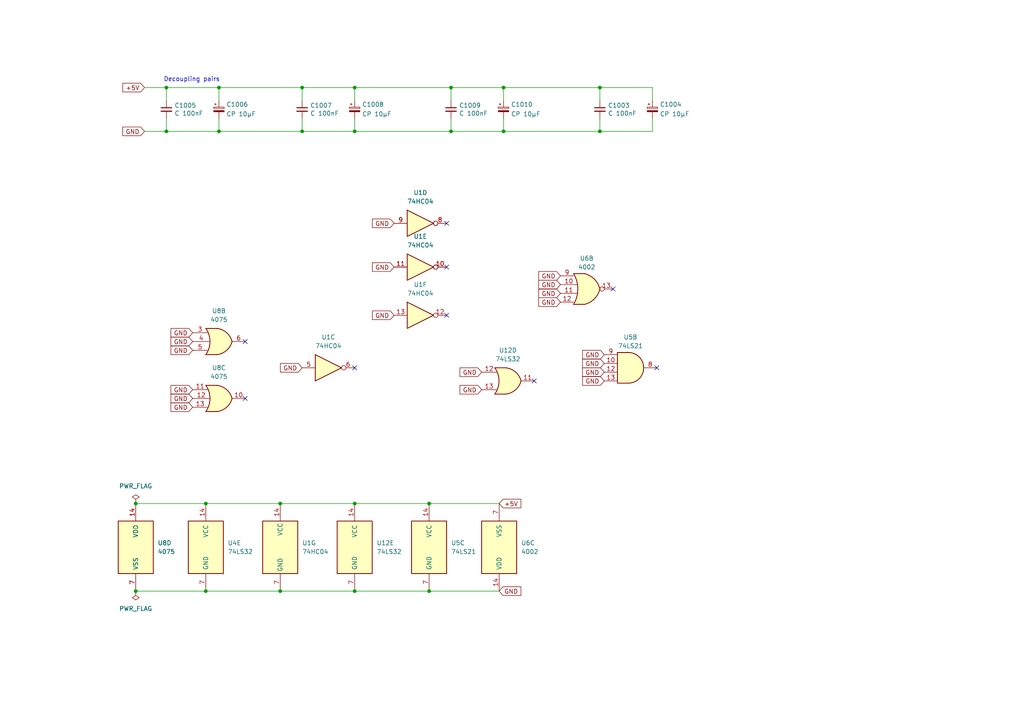
<source format=kicad_sch>
(kicad_sch (version 20231120) (generator "eeschema") (generator_version "8.0")
  (paper "A4")
  (title_block (title "Myth Microcontroller Project") (date "2024-09-21") (rev "1") (company "Picwok.com") (comment 1 "Project Contact: mim@ok-schalter.de (Michael)") (comment 2 "Author: Copyr. 2024 Michael Mangelsdorf/Dosflange@github") (comment 3 "Memory Module") (comment 4 "Glue Logic / Spare Units"))
  (lib_symbols
    (symbol "4xxx:4002" (pin_names (offset 1.016))
      (property "Reference" "U" (at 0 1.27 0))
      (property "Value" "4002" (at 0 -1.27 0))
      (symbol "4002_1_1"
        (arc (start -3.81 -4.445) (mid -2.5908 0) (end -3.81 4.445) (stroke (width 0.254)))
        (arc (start -0.6096 -4.445) (mid 2.2246 -2.8422) (end 3.81 0) (stroke (width 0.254)) (fill (type background)))
        (polyline (pts (xy -3.81 -4.445) (xy -0.635 -4.445)) (stroke (width 0.254)) (fill (type background)))
        (polyline (pts (xy -3.81 4.445) (xy -0.635 4.445)) (stroke (width 0.254)) (fill (type background)))
        (polyline (pts (xy -0.635 4.445) (xy -3.81 4.445) (xy -3.81 4.445) (xy -3.6322 4.0894) (xy -3.0988 2.921) (xy -2.7686 1.6764) (xy -2.6162 0.4318) (xy -2.6416 -0.8636) (xy -2.8702 -2.1082) (xy -3.2512 -3.3274) (xy -3.81 -4.445) (xy -3.81 -4.445) (xy -0.635 -4.445)) (stroke (width -25.4)) (fill (type background)))
        (arc (start 3.81 0) (mid 2.2204 2.8379) (end -0.6096 4.445) (stroke (width 0.254)) (fill (type background)))
        (pin output inverted (at 7.62 0 180) (length 3.81) (name "~") (number "1"))
        (pin input line (at -7.62 3.81 0) (length 3.81) (name "~") (number "2"))
        (pin input line (at -7.62 1.27 0) (length 4.826) (name "~") (number "3"))
        (pin input line (at -7.62 -1.27 0) (length 4.826) (name "~") (number "4"))
        (pin input line (at -7.62 -3.81 0) (length 3.81) (name "~") (number "5"))
      )
      (symbol "4002_1_2"
        (arc (start -0.635 -4.445) (mid 3.7907 0) (end -0.635 4.445) (stroke (width 0.254)) (fill (type background)))
        (polyline (pts (xy -0.635 4.445) (xy -3.81 4.445) (xy -3.81 -4.445) (xy -0.635 -4.445)) (stroke (width 0.254)) (fill (type background)))
        (pin output line (at 7.62 0 180) (length 3.81) (name "~") (number "1"))
        (pin input inverted (at -7.62 3.81 0) (length 3.81) (name "~") (number "2"))
        (pin input inverted (at -7.62 1.27 0) (length 3.81) (name "~") (number "3"))
        (pin input inverted (at -7.62 -1.27 0) (length 3.81) (name "~") (number "4"))
        (pin input inverted (at -7.62 -3.81 0) (length 3.81) (name "~") (number "5"))
      )
      (symbol "4002_2_1"
        (arc (start -3.81 -4.445) (mid -2.5908 0) (end -3.81 4.445) (stroke (width 0.254)))
        (arc (start -0.6096 -4.445) (mid 2.2246 -2.8422) (end 3.81 0) (stroke (width 0.254)) (fill (type background)))
        (polyline (pts (xy -3.81 -4.445) (xy -0.635 -4.445)) (stroke (width 0.254)) (fill (type background)))
        (polyline (pts (xy -3.81 4.445) (xy -0.635 4.445)) (stroke (width 0.254)) (fill (type background)))
        (polyline (pts (xy -0.635 4.445) (xy -3.81 4.445) (xy -3.81 4.445) (xy -3.6322 4.0894) (xy -3.0988 2.921) (xy -2.7686 1.6764) (xy -2.6162 0.4318) (xy -2.6416 -0.8636) (xy -2.8702 -2.1082) (xy -3.2512 -3.3274) (xy -3.81 -4.445) (xy -3.81 -4.445) (xy -0.635 -4.445)) (stroke (width -25.4)) (fill (type background)))
        (arc (start 3.81 0) (mid 2.2204 2.8379) (end -0.6096 4.445) (stroke (width 0.254)) (fill (type background)))
        (pin input line (at -7.62 1.27 0) (length 4.826) (name "~") (number "10"))
        (pin input line (at -7.62 -1.27 0) (length 4.826) (name "~") (number "11"))
        (pin input line (at -7.62 -3.81 0) (length 3.81) (name "~") (number "12"))
        (pin output inverted (at 7.62 0 180) (length 3.81) (name "~") (number "13"))
        (pin input line (at -7.62 3.81 0) (length 3.81) (name "~") (number "9"))
      )
      (symbol "4002_2_2"
        (arc (start -0.635 -4.445) (mid 3.7907 0) (end -0.635 4.445) (stroke (width 0.254)) (fill (type background)))
        (polyline (pts (xy -0.635 4.445) (xy -3.81 4.445) (xy -3.81 -4.445) (xy -0.635 -4.445)) (stroke (width 0.254)) (fill (type background)))
        (pin input inverted (at -7.62 1.27 0) (length 3.81) (name "~") (number "10"))
        (pin input inverted (at -7.62 -1.27 0) (length 3.81) (name "~") (number "11"))
        (pin input inverted (at -7.62 -3.81 0) (length 3.81) (name "~") (number "12"))
        (pin output line (at 7.62 0 180) (length 3.81) (name "~") (number "13"))
        (pin input inverted (at -7.62 3.81 0) (length 3.81) (name "~") (number "9"))
      )
      (symbol "4002_3_0"
        (pin power_in line (at 0 12.7 270) (length 5.08) (name "VDD") (number "14"))
        (pin power_in line (at 0 -12.7 90) (length 5.08) (name "VSS") (number "7"))
      )
      (symbol "4002_3_1"
        (rectangle (start -5.08 7.62) (end 5.08 -7.62) (stroke (width 0.254)) (fill (type background)))
      )
    )
    (symbol "4xxx:4075" (pin_names (offset 1.016))
      (property "Reference" "U" (at 0 1.27 0))
      (property "Value" "4075" (at 0 -1.27 0))
      (symbol "4075_1_1"
        (arc (start -3.81 -3.81) (mid -2.589 0) (end -3.81 3.81) (stroke (width 0.254)))
        (arc (start -0.6096 -3.81) (mid 2.1855 -2.584) (end 3.81 0) (stroke (width 0.254)) (fill (type background)))
        (polyline (pts (xy -3.81 -3.81) (xy -0.635 -3.81)) (stroke (width 0.254)) (fill (type background)))
        (polyline (pts (xy -3.81 3.81) (xy -0.635 3.81)) (stroke (width 0.254)) (fill (type background)))
        (polyline (pts (xy -0.635 3.81) (xy -3.81 3.81) (xy -3.81 3.81) (xy -3.556 3.4036) (xy -3.0226 2.2606) (xy -2.6924 1.0414) (xy -2.6162 -0.254) (xy -2.7686 -1.4986) (xy -3.175 -2.7178) (xy -3.81 -3.81) (xy -3.81 -3.81) (xy -0.635 -3.81)) (stroke (width -25.4)) (fill (type background)))
        (arc (start 3.81 0) (mid 2.1928 2.5925) (end -0.6096 3.81) (stroke (width 0.254)) (fill (type background)))
        (pin input line (at -7.62 2.54 0) (length 4.318) (name "~") (number "1"))
        (pin input line (at -7.62 0 0) (length 4.953) (name "~") (number "2"))
        (pin input line (at -7.62 -2.54 0) (length 4.318) (name "~") (number "8"))
        (pin output line (at 7.62 0 180) (length 3.81) (name "~") (number "9"))
      )
      (symbol "4075_1_2"
        (arc (start 0 -3.81) (mid 3.7934 0) (end 0 3.81) (stroke (width 0.254)) (fill (type background)))
        (polyline (pts (xy 0 3.81) (xy -3.81 3.81) (xy -3.81 -3.81) (xy 0 -3.81)) (stroke (width 0.254)) (fill (type background)))
        (pin input inverted (at -7.62 2.54 0) (length 3.81) (name "~") (number "1"))
        (pin input inverted (at -7.62 0 0) (length 3.81) (name "~") (number "2"))
        (pin input inverted (at -7.62 -2.54 0) (length 3.81) (name "~") (number "8"))
        (pin output inverted (at 7.62 0 180) (length 3.81) (name "~") (number "9"))
      )
      (symbol "4075_2_1"
        (arc (start -3.81 -3.81) (mid -2.589 0) (end -3.81 3.81) (stroke (width 0.254)))
        (arc (start -0.6096 -3.81) (mid 2.1855 -2.584) (end 3.81 0) (stroke (width 0.254)) (fill (type background)))
        (polyline (pts (xy -3.81 -3.81) (xy -0.635 -3.81)) (stroke (width 0.254)) (fill (type background)))
        (polyline (pts (xy -3.81 3.81) (xy -0.635 3.81)) (stroke (width 0.254)) (fill (type background)))
        (polyline (pts (xy -0.635 3.81) (xy -3.81 3.81) (xy -3.81 3.81) (xy -3.556 3.4036) (xy -3.0226 2.2606) (xy -2.6924 1.0414) (xy -2.6162 -0.254) (xy -2.7686 -1.4986) (xy -3.175 -2.7178) (xy -3.81 -3.81) (xy -3.81 -3.81) (xy -0.635 -3.81)) (stroke (width -25.4)) (fill (type background)))
        (arc (start 3.81 0) (mid 2.1928 2.5925) (end -0.6096 3.81) (stroke (width 0.254)) (fill (type background)))
        (pin input line (at -7.62 2.54 0) (length 4.318) (name "~") (number "3"))
        (pin input line (at -7.62 0 0) (length 4.953) (name "~") (number "4"))
        (pin input line (at -7.62 -2.54 0) (length 4.318) (name "~") (number "5"))
        (pin output line (at 7.62 0 180) (length 3.81) (name "~") (number "6"))
      )
      (symbol "4075_2_2"
        (arc (start 0 -3.81) (mid 3.7934 0) (end 0 3.81) (stroke (width 0.254)) (fill (type background)))
        (polyline (pts (xy 0 3.81) (xy -3.81 3.81) (xy -3.81 -3.81) (xy 0 -3.81)) (stroke (width 0.254)) (fill (type background)))
        (pin input inverted (at -7.62 2.54 0) (length 3.81) (name "~") (number "3"))
        (pin input inverted (at -7.62 0 0) (length 3.81) (name "~") (number "4"))
        (pin input inverted (at -7.62 -2.54 0) (length 3.81) (name "~") (number "5"))
        (pin output inverted (at 7.62 0 180) (length 3.81) (name "~") (number "6"))
      )
      (symbol "4075_3_1"
        (arc (start -3.81 -3.81) (mid -2.589 0) (end -3.81 3.81) (stroke (width 0.254)))
        (arc (start -0.6096 -3.81) (mid 2.1855 -2.584) (end 3.81 0) (stroke (width 0.254)) (fill (type background)))
        (polyline (pts (xy -3.81 -3.81) (xy -0.635 -3.81)) (stroke (width 0.254)) (fill (type background)))
        (polyline (pts (xy -3.81 3.81) (xy -0.635 3.81)) (stroke (width 0.254)) (fill (type background)))
        (polyline (pts (xy -0.635 3.81) (xy -3.81 3.81) (xy -3.81 3.81) (xy -3.556 3.4036) (xy -3.0226 2.2606) (xy -2.6924 1.0414) (xy -2.6162 -0.254) (xy -2.7686 -1.4986) (xy -3.175 -2.7178) (xy -3.81 -3.81) (xy -3.81 -3.81) (xy -0.635 -3.81)) (stroke (width -25.4)) (fill (type background)))
        (arc (start 3.81 0) (mid 2.1928 2.5925) (end -0.6096 3.81) (stroke (width 0.254)) (fill (type background)))
        (pin output line (at 7.62 0 180) (length 3.81) (name "~") (number "10"))
        (pin input line (at -7.62 2.54 0) (length 4.318) (name "~") (number "11"))
        (pin input line (at -7.62 0 0) (length 4.953) (name "~") (number "12"))
        (pin input line (at -7.62 -2.54 0) (length 4.318) (name "~") (number "13"))
      )
      (symbol "4075_3_2"
        (arc (start 0 -3.81) (mid 3.7934 0) (end 0 3.81) (stroke (width 0.254)) (fill (type background)))
        (polyline (pts (xy 0 3.81) (xy -3.81 3.81) (xy -3.81 -3.81) (xy 0 -3.81)) (stroke (width 0.254)) (fill (type background)))
        (pin output inverted (at 7.62 0 180) (length 3.81) (name "~") (number "10"))
        (pin input inverted (at -7.62 2.54 0) (length 3.81) (name "~") (number "11"))
        (pin input inverted (at -7.62 0 0) (length 3.81) (name "~") (number "12"))
        (pin input inverted (at -7.62 -2.54 0) (length 3.81) (name "~") (number "13"))
      )
      (symbol "4075_4_0"
        (pin power_in line (at 0 12.7 270) (length 5.08) (name "VDD") (number "14"))
        (pin power_in line (at 0 -12.7 90) (length 5.08) (name "VSS") (number "7"))
      )
      (symbol "4075_4_1"
        (rectangle (start -5.08 7.62) (end 5.08 -7.62) (stroke (width 0.254)) (fill (type background)))
      )
    )
    (symbol "74xx:74HC04"
      (property "Reference" "U" (at 0 1.27 0))
      (property "Value" "74HC04" (at 0 -1.27 0))
      (symbol "74HC04_1_0"
        (polyline (pts (xy -3.81 3.81) (xy -3.81 -3.81) (xy 3.81 0) (xy -3.81 3.81)) (stroke (width 0.254)) (fill (type background)))
        (pin input line (at -7.62 0 0) (length 3.81) (name "~") (number "1"))
        (pin output inverted (at 7.62 0 180) (length 3.81) (name "~") (number "2"))
      )
      (symbol "74HC04_2_0"
        (polyline (pts (xy -3.81 3.81) (xy -3.81 -3.81) (xy 3.81 0) (xy -3.81 3.81)) (stroke (width 0.254)) (fill (type background)))
        (pin input line (at -7.62 0 0) (length 3.81) (name "~") (number "3"))
        (pin output inverted (at 7.62 0 180) (length 3.81) (name "~") (number "4"))
      )
      (symbol "74HC04_3_0"
        (polyline (pts (xy -3.81 3.81) (xy -3.81 -3.81) (xy 3.81 0) (xy -3.81 3.81)) (stroke (width 0.254)) (fill (type background)))
        (pin input line (at -7.62 0 0) (length 3.81) (name "~") (number "5"))
        (pin output inverted (at 7.62 0 180) (length 3.81) (name "~") (number "6"))
      )
      (symbol "74HC04_4_0"
        (polyline (pts (xy -3.81 3.81) (xy -3.81 -3.81) (xy 3.81 0) (xy -3.81 3.81)) (stroke (width 0.254)) (fill (type background)))
        (pin output inverted (at 7.62 0 180) (length 3.81) (name "~") (number "8"))
        (pin input line (at -7.62 0 0) (length 3.81) (name "~") (number "9"))
      )
      (symbol "74HC04_5_0"
        (polyline (pts (xy -3.81 3.81) (xy -3.81 -3.81) (xy 3.81 0) (xy -3.81 3.81)) (stroke (width 0.254)) (fill (type background)))
        (pin output inverted (at 7.62 0 180) (length 3.81) (name "~") (number "10"))
        (pin input line (at -7.62 0 0) (length 3.81) (name "~") (number "11"))
      )
      (symbol "74HC04_6_0"
        (polyline (pts (xy -3.81 3.81) (xy -3.81 -3.81) (xy 3.81 0) (xy -3.81 3.81)) (stroke (width 0.254)) (fill (type background)))
        (pin output inverted (at 7.62 0 180) (length 3.81) (name "~") (number "12"))
        (pin input line (at -7.62 0 0) (length 3.81) (name "~") (number "13"))
      )
      (symbol "74HC04_7_0"
        (pin power_in line (at 0 12.7 270) (length 5.08) (name "VCC") (number "14"))
        (pin power_in line (at 0 -12.7 90) (length 5.08) (name "GND") (number "7"))
      )
      (symbol "74HC04_7_1"
        (rectangle (start -5.08 7.62) (end 5.08 -7.62) (stroke (width 0.254)) (fill (type background)))
      )
    )
    (symbol "74xx:74LS21" (pin_names (offset 1.016))
      (property "Reference" "U" (at 0 1.27 0))
      (property "Value" "74LS21" (at 0 -1.27 0))
      (symbol "74LS21_1_1"
        (arc (start -0.635 -4.445) (mid 3.7907 0) (end -0.635 4.445) (stroke (width 0.254)) (fill (type background)))
        (polyline (pts (xy -0.635 4.445) (xy -3.81 4.445) (xy -3.81 -4.445) (xy -0.635 -4.445)) (stroke (width 0.254)) (fill (type background)))
        (pin input line (at -7.62 3.81 0) (length 3.81) (name "~") (number "1"))
        (pin input line (at -7.62 1.27 0) (length 3.81) (name "~") (number "2"))
        (pin input line (at -7.62 -1.27 0) (length 3.81) (name "~") (number "4"))
        (pin input line (at -7.62 -3.81 0) (length 3.81) (name "~") (number "5"))
        (pin output line (at 7.62 0 180) (length 3.81) (name "~") (number "6"))
      )
      (symbol "74LS21_1_2"
        (arc (start -3.81 -4.445) (mid -2.5908 0) (end -3.81 4.445) (stroke (width 0.254)))
        (arc (start -0.6096 -4.445) (mid 2.2246 -2.8422) (end 3.81 0) (stroke (width 0.254)) (fill (type background)))
        (polyline (pts (xy -3.81 -4.445) (xy -0.635 -4.445)) (stroke (width 0.254)) (fill (type background)))
        (polyline (pts (xy -3.81 4.445) (xy -0.635 4.445)) (stroke (width 0.254)) (fill (type background)))
        (polyline (pts (xy -0.635 4.445) (xy -3.81 4.445) (xy -3.81 4.445) (xy -3.6322 4.0894) (xy -3.0988 2.921) (xy -2.7686 1.6764) (xy -2.6162 0.4318) (xy -2.6416 -0.8636) (xy -2.8702 -2.1082) (xy -3.2512 -3.3274) (xy -3.81 -4.445) (xy -3.81 -4.445) (xy -0.635 -4.445)) (stroke (width -25.4)) (fill (type background)))
        (arc (start 3.81 0) (mid 2.2204 2.8379) (end -0.6096 4.445) (stroke (width 0.254)) (fill (type background)))
        (pin input inverted (at -7.62 3.81 0) (length 3.81) (name "~") (number "1"))
        (pin input inverted (at -7.62 1.27 0) (length 4.826) (name "~") (number "2"))
        (pin input inverted (at -7.62 -1.27 0) (length 4.826) (name "~") (number "4"))
        (pin input inverted (at -7.62 -3.81 0) (length 3.81) (name "~") (number "5"))
        (pin output inverted (at 7.62 0 180) (length 3.81) (name "~") (number "6"))
      )
      (symbol "74LS21_2_1"
        (arc (start -0.635 -4.445) (mid 3.7907 0) (end -0.635 4.445) (stroke (width 0.254)) (fill (type background)))
        (polyline (pts (xy -0.635 4.445) (xy -3.81 4.445) (xy -3.81 -4.445) (xy -0.635 -4.445)) (stroke (width 0.254)) (fill (type background)))
        (pin input line (at -7.62 1.27 0) (length 3.81) (name "~") (number "10"))
        (pin input line (at -7.62 -1.27 0) (length 3.81) (name "~") (number "12"))
        (pin input line (at -7.62 -3.81 0) (length 3.81) (name "~") (number "13"))
        (pin output line (at 7.62 0 180) (length 3.81) (name "~") (number "8"))
        (pin input line (at -7.62 3.81 0) (length 3.81) (name "~") (number "9"))
      )
      (symbol "74LS21_2_2"
        (arc (start -3.81 -4.445) (mid -2.5908 0) (end -3.81 4.445) (stroke (width 0.254)))
        (arc (start -0.6096 -4.445) (mid 2.2246 -2.8422) (end 3.81 0) (stroke (width 0.254)) (fill (type background)))
        (polyline (pts (xy -3.81 -4.445) (xy -0.635 -4.445)) (stroke (width 0.254)) (fill (type background)))
        (polyline (pts (xy -3.81 4.445) (xy -0.635 4.445)) (stroke (width 0.254)) (fill (type background)))
        (polyline (pts (xy -0.635 4.445) (xy -3.81 4.445) (xy -3.81 4.445) (xy -3.6322 4.0894) (xy -3.0988 2.921) (xy -2.7686 1.6764) (xy -2.6162 0.4318) (xy -2.6416 -0.8636) (xy -2.8702 -2.1082) (xy -3.2512 -3.3274) (xy -3.81 -4.445) (xy -3.81 -4.445) (xy -0.635 -4.445)) (stroke (width -25.4)) (fill (type background)))
        (arc (start 3.81 0) (mid 2.2204 2.8379) (end -0.6096 4.445) (stroke (width 0.254)) (fill (type background)))
        (pin input inverted (at -7.62 1.27 0) (length 4.826) (name "~") (number "10"))
        (pin input inverted (at -7.62 -1.27 0) (length 4.826) (name "~") (number "12"))
        (pin input inverted (at -7.62 -3.81 0) (length 3.81) (name "~") (number "13"))
        (pin output inverted (at 7.62 0 180) (length 3.81) (name "~") (number "8"))
        (pin input inverted (at -7.62 3.81 0) (length 3.81) (name "~") (number "9"))
      )
      (symbol "74LS21_3_0"
        (pin power_in line (at 0 12.7 270) (length 5.08) (name "VCC") (number "14"))
        (pin power_in line (at 0 -12.7 90) (length 5.08) (name "GND") (number "7"))
      )
      (symbol "74LS21_3_1"
        (rectangle (start -5.08 7.62) (end 5.08 -7.62) (stroke (width 0.254)) (fill (type background)))
      )
    )
    (symbol "74xx:74LS32" (pin_names (offset 1.016))
      (property "Reference" "U" (at 0 1.27 0))
      (property "Value" "74LS32" (at 0 -1.27 0))
      (symbol "74LS32_1_1"
        (arc (start -3.81 -3.81) (mid -2.589 0) (end -3.81 3.81) (stroke (width 0.254)))
        (arc (start -0.6096 -3.81) (mid 2.1855 -2.584) (end 3.81 0) (stroke (width 0.254)) (fill (type background)))
        (polyline (pts (xy -3.81 -3.81) (xy -0.635 -3.81)) (stroke (width 0.254)) (fill (type background)))
        (polyline (pts (xy -3.81 3.81) (xy -0.635 3.81)) (stroke (width 0.254)) (fill (type background)))
        (polyline (pts (xy -0.635 3.81) (xy -3.81 3.81) (xy -3.81 3.81) (xy -3.556 3.4036) (xy -3.0226 2.2606) (xy -2.6924 1.0414) (xy -2.6162 -0.254) (xy -2.7686 -1.4986) (xy -3.175 -2.7178) (xy -3.81 -3.81) (xy -3.81 -3.81) (xy -0.635 -3.81)) (stroke (width -25.4)) (fill (type background)))
        (arc (start 3.81 0) (mid 2.1928 2.5925) (end -0.6096 3.81) (stroke (width 0.254)) (fill (type background)))
        (pin input line (at -7.62 2.54 0) (length 4.318) (name "~") (number "1"))
        (pin input line (at -7.62 -2.54 0) (length 4.318) (name "~") (number "2"))
        (pin output line (at 7.62 0 180) (length 3.81) (name "~") (number "3"))
      )
      (symbol "74LS32_1_2"
        (arc (start 0 -3.81) (mid 3.7934 0) (end 0 3.81) (stroke (width 0.254)) (fill (type background)))
        (polyline (pts (xy 0 3.81) (xy -3.81 3.81) (xy -3.81 -3.81) (xy 0 -3.81)) (stroke (width 0.254)) (fill (type background)))
        (pin input inverted (at -7.62 2.54 0) (length 3.81) (name "~") (number "1"))
        (pin input inverted (at -7.62 -2.54 0) (length 3.81) (name "~") (number "2"))
        (pin output inverted (at 7.62 0 180) (length 3.81) (name "~") (number "3"))
      )
      (symbol "74LS32_2_1"
        (arc (start -3.81 -3.81) (mid -2.589 0) (end -3.81 3.81) (stroke (width 0.254)))
        (arc (start -0.6096 -3.81) (mid 2.1855 -2.584) (end 3.81 0) (stroke (width 0.254)) (fill (type background)))
        (polyline (pts (xy -3.81 -3.81) (xy -0.635 -3.81)) (stroke (width 0.254)) (fill (type background)))
        (polyline (pts (xy -3.81 3.81) (xy -0.635 3.81)) (stroke (width 0.254)) (fill (type background)))
        (polyline (pts (xy -0.635 3.81) (xy -3.81 3.81) (xy -3.81 3.81) (xy -3.556 3.4036) (xy -3.0226 2.2606) (xy -2.6924 1.0414) (xy -2.6162 -0.254) (xy -2.7686 -1.4986) (xy -3.175 -2.7178) (xy -3.81 -3.81) (xy -3.81 -3.81) (xy -0.635 -3.81)) (stroke (width -25.4)) (fill (type background)))
        (arc (start 3.81 0) (mid 2.1928 2.5925) (end -0.6096 3.81) (stroke (width 0.254)) (fill (type background)))
        (pin input line (at -7.62 2.54 0) (length 4.318) (name "~") (number "4"))
        (pin input line (at -7.62 -2.54 0) (length 4.318) (name "~") (number "5"))
        (pin output line (at 7.62 0 180) (length 3.81) (name "~") (number "6"))
      )
      (symbol "74LS32_2_2"
        (arc (start 0 -3.81) (mid 3.7934 0) (end 0 3.81) (stroke (width 0.254)) (fill (type background)))
        (polyline (pts (xy 0 3.81) (xy -3.81 3.81) (xy -3.81 -3.81) (xy 0 -3.81)) (stroke (width 0.254)) (fill (type background)))
        (pin input inverted (at -7.62 2.54 0) (length 3.81) (name "~") (number "4"))
        (pin input inverted (at -7.62 -2.54 0) (length 3.81) (name "~") (number "5"))
        (pin output inverted (at 7.62 0 180) (length 3.81) (name "~") (number "6"))
      )
      (symbol "74LS32_3_1"
        (arc (start -3.81 -3.81) (mid -2.589 0) (end -3.81 3.81) (stroke (width 0.254)))
        (arc (start -0.6096 -3.81) (mid 2.1855 -2.584) (end 3.81 0) (stroke (width 0.254)) (fill (type background)))
        (polyline (pts (xy -3.81 -3.81) (xy -0.635 -3.81)) (stroke (width 0.254)) (fill (type background)))
        (polyline (pts (xy -3.81 3.81) (xy -0.635 3.81)) (stroke (width 0.254)) (fill (type background)))
        (polyline (pts (xy -0.635 3.81) (xy -3.81 3.81) (xy -3.81 3.81) (xy -3.556 3.4036) (xy -3.0226 2.2606) (xy -2.6924 1.0414) (xy -2.6162 -0.254) (xy -2.7686 -1.4986) (xy -3.175 -2.7178) (xy -3.81 -3.81) (xy -3.81 -3.81) (xy -0.635 -3.81)) (stroke (width -25.4)) (fill (type background)))
        (arc (start 3.81 0) (mid 2.1928 2.5925) (end -0.6096 3.81) (stroke (width 0.254)) (fill (type background)))
        (pin input line (at -7.62 -2.54 0) (length 4.318) (name "~") (number "10"))
        (pin output line (at 7.62 0 180) (length 3.81) (name "~") (number "8"))
        (pin input line (at -7.62 2.54 0) (length 4.318) (name "~") (number "9"))
      )
      (symbol "74LS32_3_2"
        (arc (start 0 -3.81) (mid 3.7934 0) (end 0 3.81) (stroke (width 0.254)) (fill (type background)))
        (polyline (pts (xy 0 3.81) (xy -3.81 3.81) (xy -3.81 -3.81) (xy 0 -3.81)) (stroke (width 0.254)) (fill (type background)))
        (pin input inverted (at -7.62 -2.54 0) (length 3.81) (name "~") (number "10"))
        (pin output inverted (at 7.62 0 180) (length 3.81) (name "~") (number "8"))
        (pin input inverted (at -7.62 2.54 0) (length 3.81) (name "~") (number "9"))
      )
      (symbol "74LS32_4_1"
        (arc (start -3.81 -3.81) (mid -2.589 0) (end -3.81 3.81) (stroke (width 0.254)))
        (arc (start -0.6096 -3.81) (mid 2.1855 -2.584) (end 3.81 0) (stroke (width 0.254)) (fill (type background)))
        (polyline (pts (xy -3.81 -3.81) (xy -0.635 -3.81)) (stroke (width 0.254)) (fill (type background)))
        (polyline (pts (xy -3.81 3.81) (xy -0.635 3.81)) (stroke (width 0.254)) (fill (type background)))
        (polyline (pts (xy -0.635 3.81) (xy -3.81 3.81) (xy -3.81 3.81) (xy -3.556 3.4036) (xy -3.0226 2.2606) (xy -2.6924 1.0414) (xy -2.6162 -0.254) (xy -2.7686 -1.4986) (xy -3.175 -2.7178) (xy -3.81 -3.81) (xy -3.81 -3.81) (xy -0.635 -3.81)) (stroke (width -25.4)) (fill (type background)))
        (arc (start 3.81 0) (mid 2.1928 2.5925) (end -0.6096 3.81) (stroke (width 0.254)) (fill (type background)))
        (pin output line (at 7.62 0 180) (length 3.81) (name "~") (number "11"))
        (pin input line (at -7.62 2.54 0) (length 4.318) (name "~") (number "12"))
        (pin input line (at -7.62 -2.54 0) (length 4.318) (name "~") (number "13"))
      )
      (symbol "74LS32_4_2"
        (arc (start 0 -3.81) (mid 3.7934 0) (end 0 3.81) (stroke (width 0.254)) (fill (type background)))
        (polyline (pts (xy 0 3.81) (xy -3.81 3.81) (xy -3.81 -3.81) (xy 0 -3.81)) (stroke (width 0.254)) (fill (type background)))
        (pin output inverted (at 7.62 0 180) (length 3.81) (name "~") (number "11"))
        (pin input inverted (at -7.62 2.54 0) (length 3.81) (name "~") (number "12"))
        (pin input inverted (at -7.62 -2.54 0) (length 3.81) (name "~") (number "13"))
      )
      (symbol "74LS32_5_0"
        (pin power_in line (at 0 12.7 270) (length 5.08) (name "VCC") (number "14"))
        (pin power_in line (at 0 -12.7 90) (length 5.08) (name "GND") (number "7"))
      )
      (symbol "74LS32_5_1"
        (rectangle (start -5.08 7.62) (end 5.08 -7.62) (stroke (width 0.254)) (fill (type background)))
      )
    )
    (symbol "Device:C_Polarized_Small" (pin_numbers hide) (pin_names (offset 0.254) hide)
      (property "Reference" "C" (at 0.254 1.778 0))
      (property "Value" "C_Polarized_Small" (at 0.254 -2.032 0))
      (symbol "C_Polarized_Small_0_1"
        (rectangle (start -1.524 -0.3048) (end 1.524 -0.6858) (fill (type outline)))
        (rectangle (start -1.524 0.6858) (end 1.524 0.3048))
        (polyline (pts (xy -1.27 1.524) (xy -0.762 1.524)))
        (polyline (pts (xy -1.016 1.27) (xy -1.016 1.778)))
      )
      (symbol "C_Polarized_Small_1_1"
        (pin passive line (at 0 2.54 270) (length 1.8542) (name "~") (number "1"))
        (pin passive line (at 0 -2.54 90) (length 1.8542) (name "~") (number "2"))
      )
    )
    (symbol "Device:C_Small" (pin_numbers hide) (pin_names (offset 0.254) hide)
      (property "Reference" "C" (at 0.254 1.778 0))
      (property "Value" "C_Small" (at 0.254 -2.032 0))
      (symbol "C_Small_0_1"
        (polyline (pts (xy -1.524 -0.508) (xy 1.524 -0.508)) (stroke (width 0.3302)))
        (polyline (pts (xy -1.524 0.508) (xy 1.524 0.508)) (stroke (width 0.3048)))
      )
      (symbol "C_Small_1_1"
        (pin passive line (at 0 2.54 270) (length 2.032) (name "~") (number "1"))
        (pin passive line (at 0 -2.54 90) (length 2.032) (name "~") (number "2"))
      )
    )
    (symbol "power:PWR_FLAG" (power) (pin_numbers hide) (pin_names (offset 0) hide)
      (property "Value" "PWR_FLAG" (at 0 3.81 0))
      (symbol "PWR_FLAG_0_0"
        (pin power_out line (at 0 0 90) (length 0) (name "~") (number "1"))
      )
      (symbol "PWR_FLAG_0_1"
        (polyline (pts (xy 0 0) (xy 0 1.27) (xy -1.016 1.905) (xy 0 2.54) (xy 1.016 1.905) (xy 0 1.27)))
      )
    )
  )
  (junction (at 130.81 38.1))
  (junction (at 81.28 146.05))
  (junction (at 63.5 38.1))
  (junction (at 130.81 25.4))
  (junction (at 146.05 38.1))
  (junction (at 102.87 25.4))
  (junction (at 173.99 25.4))
  (junction (at 102.87 146.05))
  (junction (at 59.69 146.05))
  (junction (at 173.99 38.1))
  (junction (at 81.28 171.45))
  (junction (at 87.63 25.4))
  (junction (at 48.26 25.4))
  (junction (at 146.05 25.4))
  (junction (at 102.87 38.1))
  (junction (at 87.63 38.1))
  (junction (at 48.26 38.1))
  (junction (at 39.37 171.45))
  (junction (at 124.46 171.45))
  (junction (at 63.5 25.4))
  (junction (at 124.46 146.05))
  (junction (at 102.87 171.45))
  (junction (at 59.69 171.45))
  (junction (at 39.37 146.05))
  (no_connect (at 190.5 106.68))
  (no_connect (at 129.54 77.47))
  (no_connect (at 129.54 91.44))
  (no_connect (at 102.87 106.68))
  (no_connect (at 71.12 99.06))
  (no_connect (at 154.94 110.49))
  (no_connect (at 177.8 83.82))
  (no_connect (at 71.12 115.57))
  (no_connect (at 129.54 64.77))
  (wire (pts (xy 102.87 171.45) (xy 124.46 171.45)))
  (wire (pts (xy 102.87 25.4) (xy 130.81 25.4)))
  (wire (pts (xy 59.69 146.05) (xy 81.28 146.05)))
  (wire (pts (xy 63.5 25.4) (xy 87.63 25.4)))
  (wire (pts (xy 41.91 25.4) (xy 48.26 25.4)))
  (wire (pts (xy 173.99 34.29) (xy 173.99 38.1)))
  (wire (pts (xy 146.05 25.4) (xy 173.99 25.4)))
  (wire (pts (xy 63.5 29.21) (xy 63.5 25.4)))
  (wire (pts (xy 124.46 171.45) (xy 144.78 171.45)))
  (wire (pts (xy 173.99 38.1) (xy 189.23 38.1)))
  (wire (pts (xy 48.26 34.29) (xy 48.26 38.1)))
  (wire (pts (xy 48.26 25.4) (xy 63.5 25.4)))
  (wire (pts (xy 102.87 34.29) (xy 102.87 38.1)))
  (wire (pts (xy 63.5 38.1) (xy 87.63 38.1)))
  (wire (pts (xy 48.26 38.1) (xy 63.5 38.1)))
  (wire (pts (xy 146.05 29.21) (xy 146.05 25.4)))
  (wire (pts (xy 87.63 25.4) (xy 102.87 25.4)))
  (wire (pts (xy 130.81 29.21) (xy 130.81 25.4)))
  (wire (pts (xy 87.63 34.29) (xy 87.63 38.1)))
  (wire (pts (xy 87.63 38.1) (xy 102.87 38.1)))
  (wire (pts (xy 189.23 34.29) (xy 189.23 38.1)))
  (wire (pts (xy 48.26 29.21) (xy 48.26 25.4)))
  (wire (pts (xy 146.05 38.1) (xy 173.99 38.1)))
  (wire (pts (xy 173.99 29.21) (xy 173.99 25.4)))
  (wire (pts (xy 41.91 38.1) (xy 48.26 38.1)))
  (wire (pts (xy 63.5 34.29) (xy 63.5 38.1)))
  (wire (pts (xy 59.69 171.45) (xy 81.28 171.45)))
  (wire (pts (xy 39.37 171.45) (xy 59.69 171.45)))
  (wire (pts (xy 87.63 29.21) (xy 87.63 25.4)))
  (wire (pts (xy 130.81 25.4) (xy 146.05 25.4)))
  (wire (pts (xy 39.37 146.05) (xy 59.69 146.05)))
  (wire (pts (xy 130.81 34.29) (xy 130.81 38.1)))
  (wire (pts (xy 189.23 29.21) (xy 189.23 25.4)))
  (wire (pts (xy 124.46 146.05) (xy 144.78 146.05)))
  (wire (pts (xy 102.87 29.21) (xy 102.87 25.4)))
  (wire (pts (xy 130.81 38.1) (xy 146.05 38.1)))
  (wire (pts (xy 173.99 25.4) (xy 189.23 25.4)))
  (wire (pts (xy 102.87 38.1) (xy 130.81 38.1)))
  (wire (pts (xy 146.05 34.29) (xy 146.05 38.1)))
  (wire (pts (xy 102.87 146.05) (xy 124.46 146.05)))
  (wire (pts (xy 81.28 146.05) (xy 102.87 146.05)))
  (wire (pts (xy 81.28 171.45) (xy 102.87 171.45)))
  (text "Decoupling pairs" (at 55.626 23.114 0) (effects (font (size 1.27 1.27))))
  (global_label "GND" (shape input) (at 114.3 91.44 180) (property "Intersheetrefs" "${INTERSHEET_REFS}" (effects (hide yes))))
  (global_label "GND" (shape input) (at 175.26 110.49 180) (property "Intersheetrefs" "${INTERSHEET_REFS}" (effects (hide yes))))
  (global_label "GND" (shape input) (at 55.88 101.6 180) (property "Intersheetrefs" "${INTERSHEET_REFS}" (effects (hide yes))))
  (global_label "GND" (shape input) (at 55.88 113.03 180) (property "Intersheetrefs" "${INTERSHEET_REFS}" (effects (hide yes))))
  (global_label "GND" (shape input) (at 139.7 107.95 180) (property "Intersheetrefs" "${INTERSHEET_REFS}" (effects (hide yes))))
  (global_label "GND" (shape input) (at 162.56 87.63 180) (property "Intersheetrefs" "${INTERSHEET_REFS}" (effects (hide yes))))
  (global_label "GND" (shape input) (at 114.3 77.47 180) (property "Intersheetrefs" "${INTERSHEET_REFS}" (effects (hide yes))))
  (global_label "GND" (shape input) (at 55.88 99.06 180) (property "Intersheetrefs" "${INTERSHEET_REFS}" (effects (hide yes))))
  (global_label "GND" (shape input) (at 55.88 115.57 180) (property "Intersheetrefs" "${INTERSHEET_REFS}" (effects (hide yes))))
  (global_label "GND" (shape input) (at 139.7 113.03 180) (property "Intersheetrefs" "${INTERSHEET_REFS}" (effects (hide yes))))
  (global_label "GND" (shape input) (at 87.63 106.68 180) (property "Intersheetrefs" "${INTERSHEET_REFS}" (effects (hide yes))))
  (global_label "GND" (shape input) (at 55.88 118.11 180) (property "Intersheetrefs" "${INTERSHEET_REFS}" (effects (hide yes))))
  (global_label "GND" (shape input) (at 175.26 102.87 180) (property "Intersheetrefs" "${INTERSHEET_REFS}" (effects (hide yes))))
  (global_label "GND" (shape input) (at 162.56 85.09 180) (property "Intersheetrefs" "${INTERSHEET_REFS}" (effects (hide yes))))
  (global_label "GND" (shape input) (at 144.78 171.45 0) (property "Intersheetrefs" "${INTERSHEET_REFS}" (effects (hide yes))))
  (global_label "GND" (shape input) (at 114.3 64.77 180) (property "Intersheetrefs" "${INTERSHEET_REFS}" (effects (hide yes))))
  (global_label "+5V" (shape input) (at 41.91 25.4 180) (property "Intersheetrefs" "${INTERSHEET_REFS}" (effects (hide yes))))
  (global_label "GND" (shape input) (at 55.88 96.52 180) (property "Intersheetrefs" "${INTERSHEET_REFS}" (effects (hide yes))))
  (global_label "GND" (shape input) (at 175.26 105.41 180) (property "Intersheetrefs" "${INTERSHEET_REFS}" (effects (hide yes))))
  (global_label "+5V" (shape input) (at 144.78 146.05 0) (property "Intersheetrefs" "${INTERSHEET_REFS}" (effects (hide yes))))
  (global_label "GND" (shape input) (at 162.56 80.01 180) (property "Intersheetrefs" "${INTERSHEET_REFS}" (effects (hide yes))))
  (global_label "GND" (shape input) (at 175.26 107.95 180) (property "Intersheetrefs" "${INTERSHEET_REFS}" (effects (hide yes))))
  (global_label "GND" (shape input) (at 41.91 38.1 180) (property "Intersheetrefs" "${INTERSHEET_REFS}" (effects (hide yes))))
  (global_label "GND" (shape input) (at 162.56 82.55 180) (property "Intersheetrefs" "${INTERSHEET_REFS}" (effects (hide yes))))
  (symbol (lib_id "Device:C_Small") (at 87.63 31.75 0) (unit 1)
    (property "Reference" "C1007" (at 89.9668 30.5816 0) (effects (justify left)))
    (property "Value" "C 100nF" (at 89.9668 32.893 0) (effects (justify left)))
    (property "Footprint" "Capacitor_THT:C_Disc_D5.0mm_W2.5mm_P2.50mm" (effects (hide yes)))
  )
  (symbol (lib_id "74xx:74HC04") (at 95.25 106.68 0) (unit 3)
    (property "Reference" "U1" (at 95.25 97.79 0))
    (property "Value" "74HC04" (at 95.25 100.33 0))
    (property "Footprint" "Package_DIP:DIP-14_W7.62mm_LongPads" (effects (hide yes)))
    (property "Datasheet" "https://assets.nexperia.com/documents/data-sheet/74HC_HCT04.pdf" (effects (hide yes)))
    (property "Description" "Hex Inverter" (effects (hide yes)))
  )
  (symbol (lib_id "Device:C_Polarized_Small") (at 63.5 31.75 0) (unit 1)
    (property "Reference" "C1006" (at 65.659 30.2954 0) (effects (justify left)))
    (property "Value" "CP 10μF" (at 65.659 33.0705 0) (effects (justify left)))
    (property "Footprint" "Capacitor_THT:CP_Radial_D6.3mm_P2.50mm" (effects (hide yes)))
  )
  (symbol (lib_id "Device:C_Small") (at 48.26 31.75 0) (unit 1)
    (property "Reference" "C1005" (at 50.5968 30.5816 0) (effects (justify left)))
    (property "Value" "C 100nF" (at 50.5968 32.893 0) (effects (justify left)))
    (property "Footprint" "Capacitor_THT:C_Disc_D5.0mm_W2.5mm_P2.50mm" (effects (hide yes)))
  )
  (symbol (lib_id "Device:C_Small") (at 130.81 31.75 0) (unit 1)
    (property "Reference" "C1009" (at 133.1468 30.5816 0) (effects (justify left)))
    (property "Value" "C 100nF" (at 133.1468 32.893 0) (effects (justify left)))
    (property "Footprint" "Capacitor_THT:C_Disc_D5.0mm_W2.5mm_P2.50mm" (effects (hide yes)))
  )
  (symbol (lib_id "74xx:74HC04") (at 121.92 91.44 0) (unit 6)
    (property "Reference" "U1" (at 121.92 82.55 0))
    (property "Value" "74HC04" (at 121.92 85.09 0))
    (property "Footprint" "Package_DIP:DIP-14_W7.62mm_LongPads" (effects (hide yes)))
    (property "Datasheet" "https://assets.nexperia.com/documents/data-sheet/74HC_HCT04.pdf" (effects (hide yes)))
    (property "Description" "Hex Inverter" (effects (hide yes)))
  )
  (symbol (lib_id "74xx:74HC04") (at 81.28 158.75 0) (unit 7)
    (property "Reference" "U1" (at 87.63 157.4799 0) (effects (justify left)))
    (property "Value" "74HC04" (at 87.63 160.0199 0) (effects (justify left)))
    (property "Footprint" "Package_DIP:DIP-14_W7.62mm_LongPads" (effects (hide yes)))
    (property "Datasheet" "https://assets.nexperia.com/documents/data-sheet/74HC_HCT04.pdf" (effects (hide yes)))
    (property "Description" "Hex Inverter" (effects (hide yes)))
  )
  (symbol (lib_id "Device:C_Polarized_Small") (at 146.05 31.75 0) (unit 1)
    (property "Reference" "C1010" (at 148.209 30.2954 0) (effects (justify left)))
    (property "Value" "CP 10μF" (at 148.209 33.0705 0) (effects (justify left)))
    (property "Footprint" "Capacitor_THT:CP_Radial_D6.3mm_P2.50mm" (effects (hide yes)))
  )
  (symbol (lib_id "4xxx:4002") (at 144.78 158.75 180) (unit 3)
    (property "Reference" "U6" (at 151.13 157.4799 0) (effects (justify right)))
    (property "Value" "4002" (at 151.13 160.0199 0) (effects (justify right)))
    (property "Footprint" "Package_DIP:DIP-14_W7.62mm_LongPads" (effects (hide yes)))
    (property "Datasheet" "http://www.intersil.com/content/dam/Intersil/documents/cd40/cd4000bms-01bms-02bms-25bms.pdf" (effects (hide yes)))
    (property "Description" "Dual  4 input NOR gate" (effects (hide yes)))
  )
  (symbol (lib_id "74xx:74LS32") (at 102.87 158.75 0) (unit 5)
    (property "Reference" "U12" (at 109.22 157.4799 0) (effects (justify left)))
    (property "Value" "74LS32" (at 109.22 160.0199 0) (effects (justify left)))
    (property "Footprint" "Package_DIP:DIP-14_W7.62mm_LongPads" (effects (hide yes)))
    (property "Datasheet" "http://www.ti.com/lit/gpn/sn74LS32" (effects (hide yes)))
    (property "Description" "Quad 2-input OR" (effects (hide yes)))
  )
  (symbol (lib_id "74xx:74LS21") (at 182.88 106.68 0) (unit 2)
    (property "Reference" "U5" (at 182.8703 97.79 0))
    (property "Value" "74LS21" (at 182.8703 100.33 0))
    (property "Footprint" "Package_DIP:DIP-14_W7.62mm_LongPads" (effects (hide yes)))
    (property "Datasheet" "http://www.ti.com/lit/gpn/sn74LS21" (effects (hide yes)))
    (property "Description" "Dual 4-input AND" (effects (hide yes)))
  )
  (symbol (lib_id "Device:C_Small") (at 173.99 31.75 0) (unit 1)
    (property "Reference" "C1003" (at 176.3268 30.5816 0) (effects (justify left)))
    (property "Value" "C 100nF" (at 176.3268 32.893 0) (effects (justify left)))
    (property "Footprint" "Capacitor_THT:C_Disc_D5.0mm_W2.5mm_P2.50mm" (effects (hide yes)))
  )
  (symbol (lib_id "74xx:74HC04") (at 121.92 64.77 0) (unit 4)
    (property "Reference" "U1" (at 121.92 55.88 0))
    (property "Value" "74HC04" (at 121.92 58.42 0))
    (property "Footprint" "Package_DIP:DIP-14_W7.62mm_LongPads" (effects (hide yes)))
    (property "Datasheet" "https://assets.nexperia.com/documents/data-sheet/74HC_HCT04.pdf" (effects (hide yes)))
    (property "Description" "Hex Inverter" (effects (hide yes)))
  )
  (symbol (lib_id "Device:C_Polarized_Small") (at 189.23 31.75 0) (unit 1)
    (property "Reference" "C1004" (at 191.389 30.2954 0) (effects (justify left)))
    (property "Value" "CP 10μF" (at 191.389 33.0705 0) (effects (justify left)))
    (property "Footprint" "Capacitor_THT:CP_Radial_D6.3mm_P2.50mm" (effects (hide yes)))
  )
  (symbol (lib_id "power:PWR_FLAG") (at 39.37 171.45 180) (unit 1)
    (property "Reference" "#FLG02" (effects (hide yes)))
    (property "Value" "PWR_FLAG" (at 39.37 176.53 0))
    (property "Description" "Special symbol for telling ERC where power comes from" (effects (hide yes)))
  )
  (symbol (lib_id "74xx:74LS32") (at 59.69 158.75 0) (unit 5)
    (property "Reference" "U4" (at 66.04 157.4799 0) (effects (justify left)))
    (property "Value" "74LS32" (at 66.04 160.0199 0) (effects (justify left)))
    (property "Footprint" "Package_DIP:DIP-14_W7.62mm_LongPads" (effects (hide yes)))
    (property "Datasheet" "http://www.ti.com/lit/gpn/sn74LS32" (effects (hide yes)))
    (property "Description" "Quad 2-input OR" (effects (hide yes)))
  )
  (symbol (lib_id "4xxx:4002") (at 170.18 83.82 0) (unit 2)
    (property "Reference" "U6" (at 170.18 74.93 0))
    (property "Value" "4002" (at 170.18 77.47 0))
    (property "Footprint" "Package_DIP:DIP-14_W7.62mm_LongPads" (effects (hide yes)))
    (property "Datasheet" "http://www.intersil.com/content/dam/Intersil/documents/cd40/cd4000bms-01bms-02bms-25bms.pdf" (effects (hide yes)))
    (property "Description" "Dual  4 input NOR gate" (effects (hide yes)))
  )
  (symbol (lib_id "power:PWR_FLAG") (at 39.37 146.05 0) (unit 1)
    (property "Reference" "#FLG01" (effects (hide yes)))
    (property "Value" "PWR_FLAG" (at 39.37 140.97 0))
    (property "Description" "Special symbol for telling ERC where power comes from" (effects (hide yes)))
  )
  (symbol (lib_id "4xxx:4075") (at 63.5 99.06 0) (unit 2)
    (property "Reference" "U8" (at 63.5 90.17 0))
    (property "Value" "4075" (at 63.5 92.71 0))
    (property "Footprint" "Package_DIP:DIP-14_W7.62mm_LongPads" (effects (hide yes)))
    (property "Datasheet" "http://www.intersil.com/content/dam/Intersil/documents/cd40/cd4071bms-72bms-75bms.pdf" (effects (hide yes)))
    (property "Description" "Triple Or 3 inputs" (effects (hide yes)))
  )
  (symbol (lib_id "74xx:74LS21") (at 124.46 158.75 0) (unit 3)
    (property "Reference" "U5" (at 130.81 157.4799 0) (effects (justify left)))
    (property "Value" "74LS21" (at 130.81 160.0199 0) (effects (justify left)))
    (property "Footprint" "Package_DIP:DIP-14_W7.62mm_LongPads" (effects (hide yes)))
    (property "Datasheet" "http://www.ti.com/lit/gpn/sn74LS21" (effects (hide yes)))
    (property "Description" "Dual 4-input AND" (effects (hide yes)))
  )
  (symbol (lib_id "74xx:74HC04") (at 121.92 77.47 0) (unit 5)
    (property "Reference" "U1" (at 121.92 68.58 0))
    (property "Value" "74HC04" (at 121.92 71.12 0))
    (property "Footprint" "Package_DIP:DIP-14_W7.62mm_LongPads" (effects (hide yes)))
    (property "Datasheet" "https://assets.nexperia.com/documents/data-sheet/74HC_HCT04.pdf" (effects (hide yes)))
    (property "Description" "Hex Inverter" (effects (hide yes)))
  )
  (symbol (lib_id "4xxx:4075") (at 39.37 158.75 0) (unit 4)
    (property "Reference" "U8" (at 45.72 157.4799 0) (effects (justify left)))
    (property "Value" "4075" (at 45.72 160.0199 0) (effects (justify left)))
    (property "Footprint" "Package_DIP:DIP-14_W7.62mm_LongPads" (effects (hide yes)))
    (property "Datasheet" "http://www.intersil.com/content/dam/Intersil/documents/cd40/cd4071bms-72bms-75bms.pdf" (effects (hide yes)))
    (property "Description" "Triple Or 3 inputs" (effects (hide yes)))
  )
  (symbol (lib_id "Device:C_Polarized_Small") (at 102.87 31.75 0) (unit 1)
    (property "Reference" "C1008" (at 105.029 30.2954 0) (effects (justify left)))
    (property "Value" "CP 10μF" (at 105.029 33.0705 0) (effects (justify left)))
    (property "Footprint" "Capacitor_THT:CP_Radial_D6.3mm_P2.50mm" (effects (hide yes)))
  )
  (symbol (lib_id "4xxx:4075") (at 63.5 115.57 0) (unit 3)
    (property "Reference" "U8" (at 63.5 106.68 0))
    (property "Value" "4075" (at 63.5 109.22 0))
    (property "Footprint" "Package_DIP:DIP-14_W7.62mm_LongPads" (effects (hide yes)))
    (property "Datasheet" "http://www.intersil.com/content/dam/Intersil/documents/cd40/cd4071bms-72bms-75bms.pdf" (effects (hide yes)))
    (property "Description" "Triple Or 3 inputs" (effects (hide yes)))
  )
  (symbol (lib_id "74xx:74LS32") (at 147.32 110.49 0) (unit 4)
    (property "Reference" "U12" (at 147.32 101.6 0))
    (property "Value" "74LS32" (at 147.32 104.14 0))
    (property "Footprint" "Package_DIP:DIP-14_W7.62mm_LongPads" (effects (hide yes)))
    (property "Datasheet" "http://www.ti.com/lit/gpn/sn74LS32" (effects (hide yes)))
    (property "Description" "Quad 2-input OR" (effects (hide yes)))
  )
)
</source>
